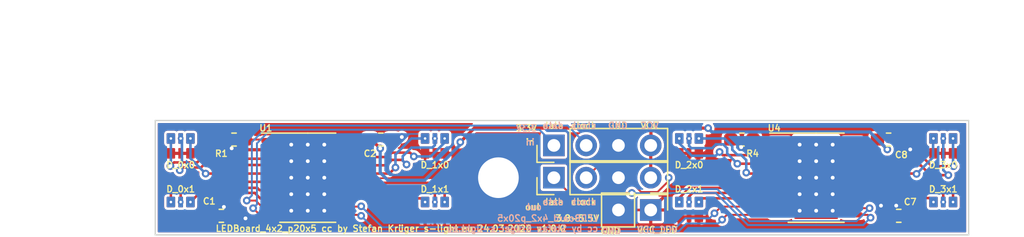
<source format=kicad_pcb>
(kicad_pcb (version 20200119) (host pcbnew "5.99.0-unknown-4d9d1a5~100~ubuntu19.10.1")
  (title_block (title "LEDBoard_4x2_p20x5") (date "2020-03-24") (rev "v1.0.0") (company "cc by Stefan Krüger s-light.eu") (comment 1 "https://github.com/s-light/LEDBoard_4x2_p20x5"))
  (layers (0 "F.Cu" signal) (31 "B.Cu" signal) (34 "B.Paste" user) (35 "F.Paste" user) (36 "B.SilkS" user) (37 "F.SilkS" user) (38 "B.Mask" user) (39 "F.Mask" user) (44 "Edge.Cuts" user))
  (net 0 "")
  (net 1 "GND")
  (net 2 "VCC")
  (net 3 "/clock_in")
  (net 4 "/data_in")
  (net 5 "/clock_out")
  (net 6 "/data_out")
  (net 7 "Net-(R1-Pad1)")
  (net 8 "Net-(R4-Pad1)")
  (net 9 "/led_1x1_b")
  (net 10 "/led_1x1_g")
  (net 11 "/led_1x1_r")
  (net 12 "/led_0x1_b")
  (net 13 "/led_0x1_g")
  (net 14 "/led_0x1_r")
  (net 15 "/clock_1-2")
  (net 16 "/data_1-2")
  (net 17 "/led_1x0_b")
  (net 18 "/led_1x0_g")
  (net 19 "/led_1x0_r")
  (net 20 "/led_0x0_b")
  (net 21 "/led_0x0_g")
  (net 22 "/led_0x0_r")
  (net 23 "/led_3x1_b")
  (net 24 "/led_3x1_g")
  (net 25 "/led_3x1_r")
  (net 26 "/led_2x1_b")
  (net 27 "/led_2x1_g")
  (net 28 "/led_2x1_r")
  (net 29 "/led_3x0_b")
  (net 30 "/led_3x0_g")
  (net 31 "/led_3x0_r")
  (net 32 "/led_2x0_b")
  (net 33 "/led_2x0_g")
  (net 34 "/led_2x0_r")
  (net 35 "VCC_LED")
  (module "LEDs_SMD_NICHIA:LED_RGB_0706_1816Metric_ROHM_ThermalVias" (layer "F.Cu") (at 90 102.5)
    (fp_text reference "D_1x1" (at 0 -1.6) (layer "F.SilkS") (effects (font (size 0.5 0.5) (thickness 0.1))))
    (fp_text value "LED_RGB")
    (pad "1" thru_hole circle (at -0.77 -0.585) (size 0.45 0.45) (drill 0.2) (layers *.Cu) (net 11 "/led_1x1_r"))
    (pad "3" thru_hole circle (at 0.77 -0.585) (size 0.45 0.45) (drill 0.2) (layers *.Cu) (net 9 "/led_1x1_b"))
    (pad "2" thru_hole circle (at 0 -0.585) (size 0.45 0.45) (drill 0.2) (layers *.Cu) (net 10 "/led_1x1_g"))
    (pad "3" smd roundrect (at 0.77 -0.585) (size 0.67 0.83) (layers "B.Cu") (roundrect_rratio 0.1) (net 9 "/led_1x1_b"))
    (pad "1" smd roundrect (at -0.77 -0.585) (size 0.67 0.83) (layers "B.Cu") (roundrect_rratio 0.1) (net 11 "/led_1x1_r"))
    (pad "2" smd roundrect (at 0 -0.585) (size 0.37 0.83) (layers "B.Cu") (roundrect_rratio 0.1) (net 10 "/led_1x1_g"))
    (pad "6" smd roundrect (at 0.77 0.585) (size 0.67 0.83) (layers "F.Cu" "F.Paste" "F.Mask") (roundrect_rratio 0.1) (net 35 "VCC_LED"))
    (pad "5" smd roundrect (at 0 0.585) (size 0.37 0.83) (layers "F.Cu" "F.Paste" "F.Mask") (roundrect_rratio 0.1) (net 35 "VCC_LED"))
    (pad "4" smd roundrect (at -0.77 0.585) (size 0.67 0.83) (layers "F.Cu" "F.Paste" "F.Mask") (roundrect_rratio 0.1) (net 35 "VCC_LED"))
    (pad "3" smd roundrect (at 0.77 -0.585) (size 0.67 0.83) (layers "F.Cu" "F.Paste" "F.Mask") (roundrect_rratio 0.1) (net 9 "/led_1x1_b"))
    (pad "2" smd roundrect (at 0 -0.585) (size 0.37 0.83) (layers "F.Cu" "F.Paste" "F.Mask") (roundrect_rratio 0.1) (net 10 "/led_1x1_g"))
    (pad "1" smd roundrect (at -0.77 -0.585) (size 0.67 0.83) (layers "F.Cu" "F.Paste" "F.Mask") (roundrect_rratio 0.1) (net 11 "/led_1x1_r"))
  )
  (module "LEDs_SMD_NICHIA:LED_RGB_0706_1816Metric_ROHM_ThermalVias" (layer "F.Cu") (at 130 102.5)
    (fp_text reference "D_3x1" (at 0 -1.6) (layer "F.SilkS") (effects (font (size 0.5 0.5) (thickness 0.1))))
    (fp_text value "LED_RGB")
    (pad "1" thru_hole circle (at -0.77 -0.585) (size 0.45 0.45) (drill 0.2) (layers *.Cu) (net 25 "/led_3x1_r"))
    (pad "3" thru_hole circle (at 0.77 -0.585) (size 0.45 0.45) (drill 0.2) (layers *.Cu) (net 23 "/led_3x1_b"))
    (pad "2" thru_hole circle (at 0 -0.585) (size 0.45 0.45) (drill 0.2) (layers *.Cu) (net 24 "/led_3x1_g"))
    (pad "3" smd roundrect (at 0.77 -0.585) (size 0.67 0.83) (layers "B.Cu") (roundrect_rratio 0.1) (net 23 "/led_3x1_b"))
    (pad "1" smd roundrect (at -0.77 -0.585) (size 0.67 0.83) (layers "B.Cu") (roundrect_rratio 0.1) (net 25 "/led_3x1_r"))
    (pad "2" smd roundrect (at 0 -0.585) (size 0.37 0.83) (layers "B.Cu") (roundrect_rratio 0.1) (net 24 "/led_3x1_g"))
    (pad "6" smd roundrect (at 0.77 0.585) (size 0.67 0.83) (layers "F.Cu" "F.Paste" "F.Mask") (roundrect_rratio 0.1) (net 35 "VCC_LED"))
    (pad "5" smd roundrect (at 0 0.585) (size 0.37 0.83) (layers "F.Cu" "F.Paste" "F.Mask") (roundrect_rratio 0.1) (net 35 "VCC_LED"))
    (pad "4" smd roundrect (at -0.77 0.585) (size 0.67 0.83) (layers "F.Cu" "F.Paste" "F.Mask") (roundrect_rratio 0.1) (net 35 "VCC_LED"))
    (pad "3" smd roundrect (at 0.77 -0.585) (size 0.67 0.83) (layers "F.Cu" "F.Paste" "F.Mask") (roundrect_rratio 0.1) (net 23 "/led_3x1_b"))
    (pad "2" smd roundrect (at 0 -0.585) (size 0.37 0.83) (layers "F.Cu" "F.Paste" "F.Mask") (roundrect_rratio 0.1) (net 24 "/led_3x1_g"))
    (pad "1" smd roundrect (at -0.77 -0.585) (size 0.67 0.83) (layers "F.Cu" "F.Paste" "F.Mask") (roundrect_rratio 0.1) (net 25 "/led_3x1_r"))
  )
  (module "LEDs_SMD_NICHIA:LED_RGB_0706_1816Metric_ROHM_ThermalVias" (layer "F.Cu") (at 130 97.5)
    (fp_text reference "D_3x0" (at 0 1.5) (layer "F.SilkS") (effects (font (size 0.5 0.5) (thickness 0.1))))
    (fp_text value "LED_RGB")
    (pad "1" thru_hole circle (at -0.77 -0.585) (size 0.45 0.45) (drill 0.2) (layers *.Cu) (net 31 "/led_3x0_r"))
    (pad "3" thru_hole circle (at 0.77 -0.585) (size 0.45 0.45) (drill 0.2) (layers *.Cu) (net 29 "/led_3x0_b"))
    (pad "2" thru_hole circle (at 0 -0.585) (size 0.45 0.45) (drill 0.2) (layers *.Cu) (net 30 "/led_3x0_g"))
    (pad "3" smd roundrect (at 0.77 -0.585) (size 0.67 0.83) (layers "B.Cu") (roundrect_rratio 0.1) (net 29 "/led_3x0_b"))
    (pad "1" smd roundrect (at -0.77 -0.585) (size 0.67 0.83) (layers "B.Cu") (roundrect_rratio 0.1) (net 31 "/led_3x0_r"))
    (pad "2" smd roundrect (at 0 -0.585) (size 0.37 0.83) (layers "B.Cu") (roundrect_rratio 0.1) (net 30 "/led_3x0_g"))
    (pad "6" smd roundrect (at 0.77 0.585) (size 0.67 0.83) (layers "F.Cu" "F.Paste" "F.Mask") (roundrect_rratio 0.1) (net 35 "VCC_LED"))
    (pad "5" smd roundrect (at 0 0.585) (size 0.37 0.83) (layers "F.Cu" "F.Paste" "F.Mask") (roundrect_rratio 0.1) (net 35 "VCC_LED"))
    (pad "4" smd roundrect (at -0.77 0.585) (size 0.67 0.83) (layers "F.Cu" "F.Paste" "F.Mask") (roundrect_rratio 0.1) (net 35 "VCC_LED"))
    (pad "3" smd roundrect (at 0.77 -0.585) (size 0.67 0.83) (layers "F.Cu" "F.Paste" "F.Mask") (roundrect_rratio 0.1) (net 29 "/led_3x0_b"))
    (pad "2" smd roundrect (at 0 -0.585) (size 0.37 0.83) (layers "F.Cu" "F.Paste" "F.Mask") (roundrect_rratio 0.1) (net 30 "/led_3x0_g"))
    (pad "1" smd roundrect (at -0.77 -0.585) (size 0.67 0.83) (layers "F.Cu" "F.Paste" "F.Mask") (roundrect_rratio 0.1) (net 31 "/led_3x0_r"))
  )
  (module "LEDs_SMD_NICHIA:LED_RGB_0706_1816Metric_ROHM_ThermalVias" (layer "F.Cu") (at 110 102.5)
    (fp_text reference "D_2x1" (at 0 -1.6) (layer "F.SilkS") (effects (font (size 0.5 0.5) (thickness 0.1))))
    (fp_text value "LED_RGB")
    (pad "1" thru_hole circle (at -0.77 -0.585) (size 0.45 0.45) (drill 0.2) (layers *.Cu) (net 28 "/led_2x1_r"))
    (pad "3" thru_hole circle (at 0.77 -0.585) (size 0.45 0.45) (drill 0.2) (layers *.Cu) (net 26 "/led_2x1_b"))
    (pad "2" thru_hole circle (at 0 -0.585) (size 0.45 0.45) (drill 0.2) (layers *.Cu) (net 27 "/led_2x1_g"))
    (pad "3" smd roundrect (at 0.77 -0.585) (size 0.67 0.83) (layers "B.Cu") (roundrect_rratio 0.1) (net 26 "/led_2x1_b"))
    (pad "1" smd roundrect (at -0.77 -0.585) (size 0.67 0.83) (layers "B.Cu") (roundrect_rratio 0.1) (net 28 "/led_2x1_r"))
    (pad "2" smd roundrect (at 0 -0.585) (size 0.37 0.83) (layers "B.Cu") (roundrect_rratio 0.1) (net 27 "/led_2x1_g"))
    (pad "6" smd roundrect (at 0.77 0.585) (size 0.67 0.83) (layers "F.Cu" "F.Paste" "F.Mask") (roundrect_rratio 0.1) (net 35 "VCC_LED"))
    (pad "5" smd roundrect (at 0 0.585) (size 0.37 0.83) (layers "F.Cu" "F.Paste" "F.Mask") (roundrect_rratio 0.1) (net 35 "VCC_LED"))
    (pad "4" smd roundrect (at -0.77 0.585) (size 0.67 0.83) (layers "F.Cu" "F.Paste" "F.Mask") (roundrect_rratio 0.1) (net 35 "VCC_LED"))
    (pad "3" smd roundrect (at 0.77 -0.585) (size 0.67 0.83) (layers "F.Cu" "F.Paste" "F.Mask") (roundrect_rratio 0.1) (net 26 "/led_2x1_b"))
    (pad "2" smd roundrect (at 0 -0.585) (size 0.37 0.83) (layers "F.Cu" "F.Paste" "F.Mask") (roundrect_rratio 0.1) (net 27 "/led_2x1_g"))
    (pad "1" smd roundrect (at -0.77 -0.585) (size 0.67 0.83) (layers "F.Cu" "F.Paste" "F.Mask") (roundrect_rratio 0.1) (net 28 "/led_2x1_r"))
  )
  (module "LEDs_SMD_NICHIA:LED_RGB_0706_1816Metric_ROHM_ThermalVias" (layer "F.Cu") (at 110 97.5)
    (fp_text reference "D_2x0" (at 0 1.5) (layer "F.SilkS") (effects (font (size 0.5 0.5) (thickness 0.1))))
    (fp_text value "LED_RGB")
    (pad "1" thru_hole circle (at -0.77 -0.585) (size 0.45 0.45) (drill 0.2) (layers *.Cu) (net 34 "/led_2x0_r"))
    (pad "3" thru_hole circle (at 0.77 -0.585) (size 0.45 0.45) (drill 0.2) (layers *.Cu) (net 32 "/led_2x0_b"))
    (pad "2" thru_hole circle (at 0 -0.585) (size 0.45 0.45) (drill 0.2) (layers *.Cu) (net 33 "/led_2x0_g"))
    (pad "3" smd roundrect (at 0.77 -0.585) (size 0.67 0.83) (layers "B.Cu") (roundrect_rratio 0.1) (net 32 "/led_2x0_b"))
    (pad "1" smd roundrect (at -0.77 -0.585) (size 0.67 0.83) (layers "B.Cu") (roundrect_rratio 0.1) (net 34 "/led_2x0_r"))
    (pad "2" smd roundrect (at 0 -0.585) (size 0.37 0.83) (layers "B.Cu") (roundrect_rratio 0.1) (net 33 "/led_2x0_g"))
    (pad "6" smd roundrect (at 0.77 0.585) (size 0.67 0.83) (layers "F.Cu" "F.Paste" "F.Mask") (roundrect_rratio 0.1) (net 35 "VCC_LED"))
    (pad "5" smd roundrect (at 0 0.585) (size 0.37 0.83) (layers "F.Cu" "F.Paste" "F.Mask") (roundrect_rratio 0.1) (net 35 "VCC_LED"))
    (pad "4" smd roundrect (at -0.77 0.585) (size 0.67 0.83) (layers "F.Cu" "F.Paste" "F.Mask") (roundrect_rratio 0.1) (net 35 "VCC_LED"))
    (pad "3" smd roundrect (at 0.77 -0.585) (size 0.67 0.83) (layers "F.Cu" "F.Paste" "F.Mask") (roundrect_rratio 0.1) (net 32 "/led_2x0_b"))
    (pad "2" smd roundrect (at 0 -0.585) (size 0.37 0.83) (layers "F.Cu" "F.Paste" "F.Mask") (roundrect_rratio 0.1) (net 33 "/led_2x0_g"))
    (pad "1" smd roundrect (at -0.77 -0.585) (size 0.67 0.83) (layers "F.Cu" "F.Paste" "F.Mask") (roundrect_rratio 0.1) (net 34 "/led_2x0_r"))
  )
  (module "LEDs_SMD_NICHIA:LED_RGB_0706_1816Metric_ROHM_ThermalVias" (layer "F.Cu") (at 90 97.5)
    (fp_text reference "D_1x0" (at 0 1.5) (layer "F.SilkS") (effects (font (size 0.5 0.5) (thickness 0.1))))
    (fp_text value "LED_RGB")
    (pad "1" thru_hole circle (at -0.77 -0.585) (size 0.45 0.45) (drill 0.2) (layers *.Cu) (net 19 "/led_1x0_r"))
    (pad "3" thru_hole circle (at 0.77 -0.585) (size 0.45 0.45) (drill 0.2) (layers *.Cu) (net 17 "/led_1x0_b"))
    (pad "2" thru_hole circle (at 0 -0.585) (size 0.45 0.45) (drill 0.2) (layers *.Cu) (net 18 "/led_1x0_g"))
    (pad "3" smd roundrect (at 0.77 -0.585) (size 0.67 0.83) (layers "B.Cu") (roundrect_rratio 0.1) (net 17 "/led_1x0_b"))
    (pad "1" smd roundrect (at -0.77 -0.585) (size 0.67 0.83) (layers "B.Cu") (roundrect_rratio 0.1) (net 19 "/led_1x0_r"))
    (pad "2" smd roundrect (at 0 -0.585) (size 0.37 0.83) (layers "B.Cu") (roundrect_rratio 0.1) (net 18 "/led_1x0_g"))
    (pad "6" smd roundrect (at 0.77 0.585) (size 0.67 0.83) (layers "F.Cu" "F.Paste" "F.Mask") (roundrect_rratio 0.1) (net 35 "VCC_LED"))
    (pad "5" smd roundrect (at 0 0.585) (size 0.37 0.83) (layers "F.Cu" "F.Paste" "F.Mask") (roundrect_rratio 0.1) (net 35 "VCC_LED"))
    (pad "4" smd roundrect (at -0.77 0.585) (size 0.67 0.83) (layers "F.Cu" "F.Paste" "F.Mask") (roundrect_rratio 0.1) (net 35 "VCC_LED"))
    (pad "3" smd roundrect (at 0.77 -0.585) (size 0.67 0.83) (layers "F.Cu" "F.Paste" "F.Mask") (roundrect_rratio 0.1) (net 17 "/led_1x0_b"))
    (pad "2" smd roundrect (at 0 -0.585) (size 0.37 0.83) (layers "F.Cu" "F.Paste" "F.Mask") (roundrect_rratio 0.1) (net 18 "/led_1x0_g"))
    (pad "1" smd roundrect (at -0.77 -0.585) (size 0.67 0.83) (layers "F.Cu" "F.Paste" "F.Mask") (roundrect_rratio 0.1) (net 19 "/led_1x0_r"))
  )
  (module "LEDs_SMD_NICHIA:LED_RGB_0706_1816Metric_ROHM_ThermalVias" (layer "F.Cu") (at 70 102.5)
    (fp_text reference "D_0x1" (at 0 -1.6) (layer "F.SilkS") (effects (font (size 0.5 0.5) (thickness 0.1))))
    (fp_text value "LED_RGB")
    (pad "1" thru_hole circle (at -0.77 -0.585) (size 0.45 0.45) (drill 0.2) (layers *.Cu) (net 14 "/led_0x1_r"))
    (pad "3" thru_hole circle (at 0.77 -0.585) (size 0.45 0.45) (drill 0.2) (layers *.Cu) (net 12 "/led_0x1_b"))
    (pad "2" thru_hole circle (at 0 -0.585) (size 0.45 0.45) (drill 0.2) (layers *.Cu) (net 13 "/led_0x1_g"))
    (pad "3" smd roundrect (at 0.77 -0.585) (size 0.67 0.83) (layers "B.Cu") (roundrect_rratio 0.1) (net 12 "/led_0x1_b"))
    (pad "1" smd roundrect (at -0.77 -0.585) (size 0.67 0.83) (layers "B.Cu") (roundrect_rratio 0.1) (net 14 "/led_0x1_r"))
    (pad "2" smd roundrect (at 0 -0.585) (size 0.37 0.83) (layers "B.Cu") (roundrect_rratio 0.1) (net 13 "/led_0x1_g"))
    (pad "6" smd roundrect (at 0.77 0.585) (size 0.67 0.83) (layers "F.Cu" "F.Paste" "F.Mask") (roundrect_rratio 0.1) (net 35 "VCC_LED"))
    (pad "5" smd roundrect (at 0 0.585) (size 0.37 0.83) (layers "F.Cu" "F.Paste" "F.Mask") (roundrect_rratio 0.1) (net 35 "VCC_LED"))
    (pad "4" smd roundrect (at -0.77 0.585) (size 0.67 0.83) (layers "F.Cu" "F.Paste" "F.Mask") (roundrect_rratio 0.1) (net 35 "VCC_LED"))
    (pad "3" smd roundrect (at 0.77 -0.585) (size 0.67 0.83) (layers "F.Cu" "F.Paste" "F.Mask") (roundrect_rratio 0.1) (net 12 "/led_0x1_b"))
    (pad "2" smd roundrect (at 0 -0.585) (size 0.37 0.83) (layers "F.Cu" "F.Paste" "F.Mask") (roundrect_rratio 0.1) (net 13 "/led_0x1_g"))
    (pad "1" smd roundrect (at -0.77 -0.585) (size 0.67 0.83) (layers "F.Cu" "F.Paste" "F.Mask") (roundrect_rratio 0.1) (net 14 "/led_0x1_r"))
  )
  (module "LEDs_SMD_NICHIA:LED_RGB_0706_1816Metric_ROHM_ThermalVias" (layer "F.Cu") (at 70 97.5)
    (fp_text reference "D_0x0" (at 0 1.5) (layer "F.SilkS") (effects (font (size 0.5 0.5) (thickness 0.1))))
    (fp_text value "LED_RGB")
    (pad "1" thru_hole circle (at -0.77 -0.585) (size 0.45 0.45) (drill 0.2) (layers *.Cu) (net 22 "/led_0x0_r"))
    (pad "3" thru_hole circle (at 0.77 -0.585) (size 0.45 0.45) (drill 0.2) (layers *.Cu) (net 20 "/led_0x0_b"))
    (pad "2" thru_hole circle (at 0 -0.585) (size 0.45 0.45) (drill 0.2) (layers *.Cu) (net 21 "/led_0x0_g"))
    (pad "3" smd roundrect (at 0.77 -0.585) (size 0.67 0.83) (layers "B.Cu") (roundrect_rratio 0.1) (net 20 "/led_0x0_b"))
    (pad "1" smd roundrect (at -0.77 -0.585) (size 0.67 0.83) (layers "B.Cu") (roundrect_rratio 0.1) (net 22 "/led_0x0_r"))
    (pad "2" smd roundrect (at 0 -0.585) (size 0.37 0.83) (layers "B.Cu") (roundrect_rratio 0.1) (net 21 "/led_0x0_g"))
    (pad "6" smd roundrect (at 0.77 0.585) (size 0.67 0.83) (layers "F.Cu" "F.Paste" "F.Mask") (roundrect_rratio 0.1) (net 35 "VCC_LED"))
    (pad "5" smd roundrect (at 0 0.585) (size 0.37 0.83) (layers "F.Cu" "F.Paste" "F.Mask") (roundrect_rratio 0.1) (net 35 "VCC_LED"))
    (pad "4" smd roundrect (at -0.77 0.585) (size 0.67 0.83) (layers "F.Cu" "F.Paste" "F.Mask") (roundrect_rratio 0.1) (net 35 "VCC_LED"))
    (pad "3" smd roundrect (at 0.77 -0.585) (size 0.67 0.83) (layers "F.Cu" "F.Paste" "F.Mask") (roundrect_rratio 0.1) (net 20 "/led_0x0_b"))
    (pad "2" smd roundrect (at 0 -0.585) (size 0.37 0.83) (layers "F.Cu" "F.Paste" "F.Mask") (roundrect_rratio 0.1) (net 21 "/led_0x0_g"))
    (pad "1" smd roundrect (at -0.77 -0.585) (size 0.67 0.83) (layers "F.Cu" "F.Paste" "F.Mask") (roundrect_rratio 0.1) (net 22 "/led_0x0_r"))
  )
  (module "Capacitor_SMD:C_0603_1608Metric_Pad1.05x0.95mm_HandSolder" (layer "F.Cu") (at 73.2 103)
    (fp_text reference "C1" (at -0.95 -1.15) (layer "F.SilkS") (effects (font (size 0.5 0.5) (thickness 0.1))))
    (fp_text value "10uF 6.3V")
    (pad "2" smd roundrect (at 0.875 0) (size 1.05 0.95) (layers "F.Cu" "F.Paste" "F.Mask") (net 1 "GND"))
    (pad "1" smd roundrect (at -0.875 0) (size 1.05 0.95) (layers "F.Cu" "F.Paste" "F.Mask") (net 35 "VCC_LED"))
  )
  (module "Package_SO:HTSSOP-20-1EP_4.4x6.5mm_P0.65mm_EP3.4x6.5mm_Mask2.75x3.43mm_ThermalVias" (layer "F.Cu") (at 120 100)
    (fp_text reference "U4" (at -3.3 -3.9) (layer "F.SilkS") (effects (font (size 0.5 0.5) (thickness 0.1))))
    (fp_text value "TLC5971PWP")
    (pad "21" smd rect (at 0 0) (size 3.2 5.8) (layers "B.Cu") (net 1 "GND"))
    (pad "21" thru_hole circle (at 1.3 2.6) (size 0.6 0.6) (drill 0.3) (layers *.Cu) (net 1 "GND"))
    (pad "21" thru_hole circle (at 0 2.6) (size 0.6 0.6) (drill 0.3) (layers *.Cu) (net 1 "GND"))
    (pad "21" thru_hole circle (at -1.3 2.6) (size 0.6 0.6) (drill 0.3) (layers *.Cu) (net 1 "GND"))
    (pad "21" thru_hole circle (at 1.3 1.3) (size 0.6 0.6) (drill 0.3) (layers *.Cu) (net 1 "GND"))
    (pad "21" thru_hole circle (at 0 1.3) (size 0.6 0.6) (drill 0.3) (layers *.Cu) (net 1 "GND"))
    (pad "21" thru_hole circle (at -1.3 1.3) (size 0.6 0.6) (drill 0.3) (layers *.Cu) (net 1 "GND"))
    (pad "21" thru_hole circle (at 1.3 0) (size 0.6 0.6) (drill 0.3) (layers *.Cu) (net 1 "GND"))
    (pad "21" thru_hole circle (at 0 0) (size 0.6 0.6) (drill 0.3) (layers *.Cu) (net 1 "GND"))
    (pad "21" thru_hole circle (at -1.3 0) (size 0.6 0.6) (drill 0.3) (layers *.Cu) (net 1 "GND"))
    (pad "21" thru_hole circle (at 1.3 -1.3) (size 0.6 0.6) (drill 0.3) (layers *.Cu) (net 1 "GND"))
    (pad "21" thru_hole circle (at 0 -1.3) (size 0.6 0.6) (drill 0.3) (layers *.Cu) (net 1 "GND"))
    (pad "21" thru_hole circle (at -1.3 -1.3) (size 0.6 0.6) (drill 0.3) (layers *.Cu) (net 1 "GND"))
    (pad "21" thru_hole circle (at 1.3 -2.6) (size 0.6 0.6) (drill 0.3) (layers *.Cu) (net 1 "GND"))
    (pad "21" thru_hole circle (at 0 -2.6) (size 0.6 0.6) (drill 0.3) (layers *.Cu) (net 1 "GND"))
    (pad "21" thru_hole circle (at -1.3 -2.6) (size 0.6 0.6) (drill 0.3) (layers *.Cu) (net 1 "GND"))
    (pad "21" smd rect (at 0 0) (size 3.4 6.5) (layers "F.Cu") (net 1 "GND"))
    (pad "20" smd roundrect (at 2.8625 -2.925) (size 1.575 0.4) (layers "F.Cu" "F.Paste" "F.Mask") (net 2 "VCC"))
    (pad "19" smd roundrect (at 2.8625 -2.275) (size 1.575 0.4) (layers "F.Cu" "F.Paste" "F.Mask") (net 2 "VCC"))
    (pad "18" smd roundrect (at 2.8625 -1.625) (size 1.575 0.4) (layers "F.Cu" "F.Paste" "F.Mask") (net 29 "/led_3x0_b"))
    (pad "17" smd roundrect (at 2.8625 -0.975) (size 1.575 0.4) (layers "F.Cu" "F.Paste" "F.Mask") (net 30 "/led_3x0_g"))
    (pad "16" smd roundrect (at 2.8625 -0.325) (size 1.575 0.4) (layers "F.Cu" "F.Paste" "F.Mask") (net 31 "/led_3x0_r"))
    (pad "15" smd roundrect (at 2.8625 0.325) (size 1.575 0.4) (layers "F.Cu" "F.Paste" "F.Mask") (net 23 "/led_3x1_b"))
    (pad "14" smd roundrect (at 2.8625 0.975) (size 1.575 0.4) (layers "F.Cu" "F.Paste" "F.Mask") (net 24 "/led_3x1_g"))
    (pad "13" smd roundrect (at 2.8625 1.625) (size 1.575 0.4) (layers "F.Cu" "F.Paste" "F.Mask") (net 25 "/led_3x1_r"))
    (pad "12" smd roundrect (at 2.8625 2.275) (size 1.575 0.4) (layers "F.Cu" "F.Paste" "F.Mask") (net 5 "/clock_out"))
    (pad "11" smd roundrect (at 2.8625 2.925) (size 1.575 0.4) (layers "F.Cu" "F.Paste" "F.Mask") (net 6 "/data_out"))
    (pad "10" smd roundrect (at -2.8625 2.925) (size 1.575 0.4) (layers "F.Cu" "F.Paste" "F.Mask") (net 16 "/data_1-2"))
    (pad "9" smd roundrect (at -2.8625 2.275) (size 1.575 0.4) (layers "F.Cu" "F.Paste" "F.Mask") (net 15 "/clock_1-2"))
    (pad "8" smd roundrect (at -2.8625 1.625) (size 1.575 0.4) (layers "F.Cu" "F.Paste" "F.Mask") (net 26 "/led_2x1_b"))
    (pad "7" smd roundrect (at -2.8625 0.975) (size 1.575 0.4) (layers "F.Cu" "F.Paste" "F.Mask") (net 27 "/led_2x1_g"))
    (pad "6" smd roundrect (at -2.8625 0.325) (size 1.575 0.4) (layers "F.Cu" "F.Paste" "F.Mask") (net 28 "/led_2x1_r"))
    (pad "5" smd roundrect (at -2.8625 -0.325) (size 1.575 0.4) (layers "F.Cu" "F.Paste" "F.Mask") (net 32 "/led_2x0_b"))
    (pad "4" smd roundrect (at -2.8625 -0.975) (size 1.575 0.4) (layers "F.Cu" "F.Paste" "F.Mask") (net 33 "/led_2x0_g"))
    (pad "3" smd roundrect (at -2.8625 -1.625) (size 1.575 0.4) (layers "F.Cu" "F.Paste" "F.Mask") (net 34 "/led_2x0_r"))
    (pad "2" smd roundrect (at -2.8625 -2.275) (size 1.575 0.4) (layers "F.Cu" "F.Paste" "F.Mask") (net 1 "GND"))
    (pad "1" smd roundrect (at -2.8625 -2.925) (size 1.575 0.4) (layers "F.Cu" "F.Paste" "F.Mask") (net 8 "Net-(R4-Pad1)"))
  )
  (module "Package_SO:HTSSOP-20-1EP_4.4x6.5mm_P0.65mm_EP3.4x6.5mm_Mask2.75x3.43mm_ThermalVias" (layer "F.Cu") (at 80 100)
    (fp_text reference "U1" (at -3.3 -3.9) (layer "F.SilkS") (effects (font (size 0.5 0.5) (thickness 0.1))))
    (fp_text value "TLC5971PWP")
    (pad "21" smd rect (at 0 0) (size 3.2 5.8) (layers "B.Cu") (net 1 "GND"))
    (pad "21" thru_hole circle (at 1.3 2.6) (size 0.6 0.6) (drill 0.3) (layers *.Cu) (net 1 "GND"))
    (pad "21" thru_hole circle (at 0 2.6) (size 0.6 0.6) (drill 0.3) (layers *.Cu) (net 1 "GND"))
    (pad "21" thru_hole circle (at -1.3 2.6) (size 0.6 0.6) (drill 0.3) (layers *.Cu) (net 1 "GND"))
    (pad "21" thru_hole circle (at 1.3 1.3) (size 0.6 0.6) (drill 0.3) (layers *.Cu) (net 1 "GND"))
    (pad "21" thru_hole circle (at 0 1.3) (size 0.6 0.6) (drill 0.3) (layers *.Cu) (net 1 "GND"))
    (pad "21" thru_hole circle (at -1.3 1.3) (size 0.6 0.6) (drill 0.3) (layers *.Cu) (net 1 "GND"))
    (pad "21" thru_hole circle (at 1.3 0) (size 0.6 0.6) (drill 0.3) (layers *.Cu) (net 1 "GND"))
    (pad "21" thru_hole circle (at 0 0) (size 0.6 0.6) (drill 0.3) (layers *.Cu) (net 1 "GND"))
    (pad "21" thru_hole circle (at -1.3 0) (size 0.6 0.6) (drill 0.3) (layers *.Cu) (net 1 "GND"))
    (pad "21" thru_hole circle (at 1.3 -1.3) (size 0.6 0.6) (drill 0.3) (layers *.Cu) (net 1 "GND"))
    (pad "21" thru_hole circle (at 0 -1.3) (size 0.6 0.6) (drill 0.3) (layers *.Cu) (net 1 "GND"))
    (pad "21" thru_hole circle (at -1.3 -1.3) (size 0.6 0.6) (drill 0.3) (layers *.Cu) (net 1 "GND"))
    (pad "21" thru_hole circle (at 1.3 -2.6) (size 0.6 0.6) (drill 0.3) (layers *.Cu) (net 1 "GND"))
    (pad "21" thru_hole circle (at 0 -2.6) (size 0.6 0.6) (drill 0.3) (layers *.Cu) (net 1 "GND"))
    (pad "21" thru_hole circle (at -1.3 -2.6) (size 0.6 0.6) (drill 0.3) (layers *.Cu) (net 1 "GND"))
    (pad "21" smd rect (at 0 0) (size 3.4 6.5) (layers "F.Cu") (net 1 "GND"))
    (pad "20" smd roundrect (at 2.8625 -2.925) (size 1.575 0.4) (layers "F.Cu" "F.Paste" "F.Mask") (net 2 "VCC"))
    (pad "19" smd roundrect (at 2.8625 -2.275) (size 1.575 0.4) (layers "F.Cu" "F.Paste" "F.Mask") (net 2 "VCC"))
    (pad "18" smd roundrect (at 2.8625 -1.625) (size 1.575 0.4) (layers "F.Cu" "F.Paste" "F.Mask") (net 17 "/led_1x0_b"))
    (pad "17" smd roundrect (at 2.8625 -0.975) (size 1.575 0.4) (layers "F.Cu" "F.Paste" "F.Mask") (net 18 "/led_1x0_g"))
    (pad "16" smd roundrect (at 2.8625 -0.325) (size 1.575 0.4) (layers "F.Cu" "F.Paste" "F.Mask") (net 19 "/led_1x0_r"))
    (pad "15" smd roundrect (at 2.8625 0.325) (size 1.575 0.4) (layers "F.Cu" "F.Paste" "F.Mask") (net 9 "/led_1x1_b"))
    (pad "14" smd roundrect (at 2.8625 0.975) (size 1.575 0.4) (layers "F.Cu" "F.Paste" "F.Mask") (net 10 "/led_1x1_g"))
    (pad "13" smd roundrect (at 2.8625 1.625) (size 1.575 0.4) (layers "F.Cu" "F.Paste" "F.Mask") (net 11 "/led_1x1_r"))
    (pad "12" smd roundrect (at 2.8625 2.275) (size 1.575 0.4) (layers "F.Cu" "F.Paste" "F.Mask") (net 15 "/clock_1-2"))
    (pad "11" smd roundrect (at 2.8625 2.925) (size 1.575 0.4) (layers "F.Cu" "F.Paste" "F.Mask") (net 16 "/data_1-2"))
    (pad "10" smd roundrect (at -2.8625 2.925) (size 1.575 0.4) (layers "F.Cu" "F.Paste" "F.Mask") (net 4 "/data_in"))
    (pad "9" smd roundrect (at -2.8625 2.275) (size 1.575 0.4) (layers "F.Cu" "F.Paste" "F.Mask") (net 3 "/clock_in"))
    (pad "8" smd roundrect (at -2.8625 1.625) (size 1.575 0.4) (layers "F.Cu" "F.Paste" "F.Mask") (net 12 "/led_0x1_b"))
    (pad "7" smd roundrect (at -2.8625 0.975) (size 1.575 0.4) (layers "F.Cu" "F.Paste" "F.Mask") (net 13 "/led_0x1_g"))
    (pad "6" smd roundrect (at -2.8625 0.325) (size 1.575 0.4) (layers "F.Cu" "F.Paste" "F.Mask") (net 14 "/led_0x1_r"))
    (pad "5" smd roundrect (at -2.8625 -0.325) (size 1.575 0.4) (layers "F.Cu" "F.Paste" "F.Mask") (net 20 "/led_0x0_b"))
    (pad "4" smd roundrect (at -2.8625 -0.975) (size 1.575 0.4) (layers "F.Cu" "F.Paste" "F.Mask") (net 21 "/led_0x0_g"))
    (pad "3" smd roundrect (at -2.8625 -1.625) (size 1.575 0.4) (layers "F.Cu" "F.Paste" "F.Mask") (net 22 "/led_0x0_r"))
    (pad "2" smd roundrect (at -2.8625 -2.275) (size 1.575 0.4) (layers "F.Cu" "F.Paste" "F.Mask") (net 1 "GND"))
    (pad "1" smd roundrect (at -2.8625 -2.925) (size 1.575 0.4) (layers "F.Cu" "F.Paste" "F.Mask") (net 7 "Net-(R1-Pad1)"))
  )
  (module "Resistor_SMD:R_0603_1608Metric_Pad1.05x0.95mm_HandSolder" (layer "F.Cu") (at 114.158652 97 180)
    (fp_text reference "R4" (at -0.841348 -1.1) (layer "F.SilkS") (effects (font (size 0.5 0.5) (thickness 0.1))))
    (fp_text value "2k7 0.1%")
    (pad "2" smd roundrect (at 0.875 0 180) (size 1.05 0.95) (layers "F.Cu" "F.Paste" "F.Mask") (net 1 "GND"))
    (pad "1" smd roundrect (at -0.875 0 180) (size 1.05 0.95) (layers "F.Cu" "F.Paste" "F.Mask") (net 8 "Net-(R4-Pad1)"))
  )
  (module "Resistor_SMD:R_0603_1608Metric_Pad1.05x0.95mm_HandSolder" (layer "F.Cu") (at 74.199001 97 180)
    (fp_text reference "R1" (at 0.999001 -1.1) (layer "F.SilkS") (effects (font (size 0.5 0.5) (thickness 0.1))))
    (fp_text value "2k7 0.1%")
    (pad "2" smd roundrect (at 0.875 0 180) (size 1.05 0.95) (layers "F.Cu" "F.Paste" "F.Mask") (net 1 "GND"))
    (pad "1" smd roundrect (at -0.875 0 180) (size 1.05 0.95) (layers "F.Cu" "F.Paste" "F.Mask") (net 7 "Net-(R1-Pad1)"))
  )
  (module "Connector_PinHeader_2.54mm:PinHeader_1x02_P2.54mm_Vertical" (layer "F.Cu") (at 106.985 102.54 -90)
    (fp_text reference "J3" hide)
    (fp_text value "power")
    (pad "2" thru_hole oval (at 0 2.54 270) (size 1.7 1.7) (drill 1) (layers *.Cu *.Mask) (net 1 "GND"))
    (pad "1" thru_hole rect (at 0 0 270) (size 1.7 1.7) (drill 1) (layers *.Cu *.Mask) (net 35 "VCC_LED"))
  )
  (module "Connector_PinHeader_2.54mm:PinHeader_1x04_P2.54mm_Vertical" (layer "F.Cu") (at 99.365 100 90)
    (fp_text reference "J2" hide)
    (fp_text value "signal_out")
    (pad "4" thru_hole oval (at 0 7.62 90) (size 1.7 1.7) (drill 1) (layers *.Cu *.Mask) (net 2 "VCC"))
    (pad "3" thru_hole oval (at 0 5.08 90) (size 1.7 1.7) (drill 1) (layers *.Cu *.Mask) (net 1 "GND"))
    (pad "2" thru_hole oval (at 0 2.54 90) (size 1.7 1.7) (drill 1) (layers *.Cu *.Mask) (net 5 "/clock_out"))
    (pad "1" thru_hole rect (at 0 0 90) (size 1.7 1.7) (drill 1) (layers *.Cu *.Mask) (net 6 "/data_out"))
  )
  (module "Connector_PinHeader_2.54mm:PinHeader_1x04_P2.54mm_Vertical" (layer "F.Cu") (at 99.365 97.46 90)
    (fp_text reference "J1" hide)
    (fp_text value "signal_in")
    (pad "4" thru_hole oval (at 0 7.62 90) (size 1.7 1.7) (drill 1) (layers *.Cu *.Mask) (net 2 "VCC"))
    (pad "3" thru_hole oval (at 0 5.08 90) (size 1.7 1.7) (drill 1) (layers *.Cu *.Mask) (net 1 "GND"))
    (pad "2" thru_hole oval (at 0 2.54 90) (size 1.7 1.7) (drill 1) (layers *.Cu *.Mask) (net 3 "/clock_in"))
    (pad "1" thru_hole rect (at 0 0 90) (size 1.7 1.7) (drill 1) (layers *.Cu *.Mask) (net 4 "/data_in"))
  )
  (module "MountingHole:MountingHole_3.2mm_M3_ISO7380_Pad" (layer "F.Cu") (at 95 100)
    (fp_text reference "H1" hide)
    (fp_text value "MH_M3")
    (pad "1" thru_hole circle (at 0 0) (size 5.7 5.7) (drill 3.2) (layers *.Cu *.Mask) (net 1 "GND"))
  )
  (module "Capacitor_SMD:C_0603_1608Metric_Pad1.05x0.95mm_HandSolder" (layer "F.Cu") (at 125.7 97)
    (fp_text reference "C8" (at 1 1.2) (layer "F.SilkS") (effects (font (size 0.5 0.5) (thickness 0.1))))
    (fp_text value "100n")
    (pad "2" smd roundrect (at 0.875 0) (size 1.05 0.95) (layers "F.Cu" "F.Paste" "F.Mask") (net 1 "GND"))
    (pad "1" smd roundrect (at -0.875 0) (size 1.05 0.95) (layers "F.Cu" "F.Paste" "F.Mask") (net 2 "VCC"))
  )
  (module "Capacitor_SMD:C_0603_1608Metric_Pad1.05x0.95mm_HandSolder" (layer "F.Cu") (at 126.5 103 180)
    (fp_text reference "C7" (at -0.9 1.1) (layer "F.SilkS") (effects (font (size 0.5 0.5) (thickness 0.1))))
    (fp_text value "10uF 6.3V")
    (pad "2" smd roundrect (at 0.875 0 180) (size 1.05 0.95) (layers "F.Cu" "F.Paste" "F.Mask") (net 1 "GND"))
    (pad "1" smd roundrect (at -0.875 0 180) (size 1.05 0.95) (layers "F.Cu" "F.Paste" "F.Mask") (net 35 "VCC_LED"))
  )
  (module "Capacitor_SMD:C_0603_1608Metric_Pad1.05x0.95mm_HandSolder" (layer "F.Cu") (at 85.75 97)
    (fp_text reference "C2" (at -0.85 1.1) (layer "F.SilkS") (effects (font (size 0.5 0.5) (thickness 0.1))))
    (fp_text value "100n")
    (pad "2" smd roundrect (at 0.875 0) (size 1.05 0.95) (layers "F.Cu" "F.Paste" "F.Mask") (net 1 "GND"))
    (pad "1" smd roundrect (at -0.875 0) (size 1.05 0.95) (layers "F.Cu" "F.Paste" "F.Mask") (net 2 "VCC"))
  )
  (gr_text "LEDBoard_4x2_p20x5 cc by Stefan Krüger s-light.eu 24.03.2020 v1.0.0" (at 72.7 104) (layer "F.SilkS") (effects (font (size 0.5 0.5) (thickness 0.1)) (justify left)))
  (gr_text "data" (at 99.3 101.9) (layer "F.SilkS") (effects (font (size 0.5 0.5) (thickness 0.1))))
  (gr_text "clock" (at 101.7 101.9) (layer "F.SilkS") (effects (font (size 0.5 0.5) (thickness 0.1))))
  (gr_text "data" (at 99.3 101.9) (layer "B.SilkS") (effects (font (size 0.5 0.5) (thickness 0.1)) (justify mirror)))
  (gr_text "clock" (at 101.7 101.9) (layer "B.SilkS") (effects (font (size 0.5 0.5) (thickness 0.1)) (justify mirror)))
  (gr_line (start 132 104.5) (end 68 104.5) (layer "Edge.Cuts") (width 0.1))
  (gr_line (start 132 95.5) (end 132 104.5) (layer "Edge.Cuts") (width 0.1))
  (gr_text "3.8-5.5V" (at 101.2 103.2) (layer "F.SilkS") (effects (font (size 0.5 0.5) (thickness 0.1))))
  (gr_text "3.3V" (at 97.2 96.1) (layer "B.SilkS") (effects (font (size 0.5 0.5) (thickness 0.1)) (justify mirror)))
  (gr_text "3.3V" (at 97.2 96.1) (layer "F.SilkS") (effects (font (size 0.5 0.5) (thickness 0.1))))
  (gr_text "VCC" (at 106.9 95.9) (layer "B.SilkS") (effects (font (size 0.5 0.5) (thickness 0.1)) (justify mirror)))
  (gr_text "GND" (at 104.4 95.9) (layer "B.SilkS") (effects (font (size 0.5 0.5) (thickness 0.1)) (justify mirror)))
  (gr_text "clock" (at 101.7 95.9) (layer "B.SilkS") (effects (font (size 0.5 0.5) (thickness 0.1)) (justify mirror)))
  (gr_text "data" (at 99.3 95.9) (layer "B.SilkS") (effects (font (size 0.5 0.5) (thickness 0.1)) (justify mirror)))
  (gr_text "in" (at 97.5 97.2) (layer "B.SilkS") (effects (font (size 0.5 0.5) (thickness 0.1)) (justify mirror)))
  (gr_text "out" (at 97.8 102.3) (layer "B.SilkS") (effects (font (size 0.5 0.5) (thickness 0.1)) (justify mirror)))
  (gr_text "out" (at 97.7 102.3) (layer "F.SilkS") (effects (font (size 0.5 0.5) (thickness 0.1))))
  (gr_text "in" (at 97.5 97.2) (layer "F.SilkS") (effects (font (size 0.5 0.5) (thickness 0.1))))
  (gr_text "clock" (at 101.7 95.9) (layer "F.SilkS") (effects (font (size 0.5 0.5) (thickness 0.1))))
  (gr_text "data" (at 99.3 95.9) (layer "F.SilkS") (effects (font (size 0.5 0.5) (thickness 0.1))))
  (gr_text "VCC_LED" (at 107.5 104.1) (layer "B.SilkS") (effects (font (size 0.5 0.5) (thickness 0.1)) (justify mirror)))
  (gr_text "GND" (at 103.9 104.2) (layer "B.SilkS") (effects (font (size 0.5 0.5) (thickness 0.1)) (justify mirror)))
  (gr_text "VCC" (at 106.9 95.9) (layer "F.SilkS") (effects (font (size 0.5 0.5) (thickness 0.1))))
  (gr_text "GND" (at 104.4 95.9) (layer "F.SilkS") (effects (font (size 0.5 0.5) (thickness 0.1))))
  (gr_text "GND" (at 103.8 104.2) (layer "F.SilkS") (effects (font (size 0.5 0.5) (thickness 0.1))))
  (gr_text "VCC_LED" (at 107.5 104.1) (layer "F.SilkS") (effects (font (size 0.5 0.5) (thickness 0.1))))
  (gr_text "LEDBoard_4x2_p20x5\ncc by Stefan Krüger s-light.eu" (at 102.9 103.6) (layer "B.SilkS") (effects (font (size 0.5 0.5) (thickness 0.1)) (justify left mirror)))
  (gr_line (start 68 104.5) (end 68 95.5) (layer "Edge.Cuts") (width 0.1))
  (gr_line (start 68 95.5) (end 132 95.5) (layer "Edge.Cuts") (width 0.1))
  (segment (start 72 97.7) (end 71.7 98) (width 0.25) (layer "F.Cu") (net 35))
  (segment (start 71.615 98.085) (end 70.77 98.085) (width 0.25) (layer "F.Cu") (net 35))
  (segment (start 71.7 98) (end 71.615 98.085) (width 0.25) (layer "F.Cu") (net 35))
  (segment (start 77.1375 98.375) (end 77.002489 98.510011) (width 0.2) (layer "F.Cu") (net 22))
  (segment (start 72.7 96.1) (end 72.6 96.1) (width 0.25) (layer "F.Cu") (net 35))
  (segment (start 72.755 96.1) (end 72.7 96.1) (width 0.25) (layer "F.Cu") (net 35))
  (segment (start 77.002489 98.510011) (end 71.589989 98.510011) (width 0.2) (layer "F.Cu") (net 22))
  (segment (start 71.29999 98.80001) (end 69.47985 98.80001) (width 0.2) (layer "F.Cu") (net 22))
  (segment (start 69.47985 98.80001) (end 69.195 99.08486) (width 0.2) (layer "F.Cu") (net 22))
  (segment (start 72.6 96.1) (end 72 96.7) (width 0.25) (layer "F.Cu") (net 35))
  (segment (start 72 96.7) (end 72 97.7) (width 0.25) (layer "F.Cu") (net 35))
  (segment (start 71.589989 98.510011) (end 71.29999 98.80001) (width 0.2) (layer "F.Cu") (net 22))
  (segment (start 76.201852 100.975) (end 76.026839 100.799987) (width 0.2) (layer "F.Cu") (net 13))
  (segment (start 77.1375 100.975) (end 76.201852 100.975) (width 0.2) (layer "F.Cu") (net 13))
  (segment (start 70 101.2) (end 70 101.915) (width 0.2) (layer "F.Cu") (net 13))
  (segment (start 76.026839 100.799987) (end 70.400013 100.799987) (width 0.2) (layer "F.Cu") (net 13))
  (segment (start 70.400013 100.799987) (end 70 101.2) (width 0.2) (layer "F.Cu") (net 13))
  (segment (start 90 97.439632) (end 89.809622 97.63001) (width 0.2) (layer "B.Cu") (net 18))
  (segment (start 90.77 96.915) (end 90.77 97.235332) (width 0.2) (layer "B.Cu") (net 17))
  (segment (start 87.471727 98.660772) (end 87.771726 98.960771) (width 0.2) (layer "B.Cu") (net 18))
  (segment (start 90 96.915) (end 90 97.439632) (width 0.2) (layer "B.Cu") (net 18))
  (segment (start 89.677515 98.327817) (end 88.343919 98.327817) (width 0.2) (layer "B.Cu") (net 17))
  (segment (start 89.809622 97.63001) (end 88.153724 97.63001) (width 0.2) (layer "B.Cu") (net 18))
  (segment (start 90.77 97.235332) (end 89.677515 98.327817) (width 0.2) (layer "B.Cu") (net 17))
  (segment (start 88.153724 97.63001) (end 87.471727 98.312007) (width 0.2) (layer "B.Cu") (net 18))
  (segment (start 87.471727 98.312007) (end 87.471727 98.660772) (width 0.2) (layer "B.Cu") (net 18))
  (segment (start 88.04392 98.027818) (end 88.343919 98.327817) (width 0.2) (layer "F.Cu") (net 17))
  (segment (start 88.2 97.3) (end 88.985 98.085) (width 0.25) (layer "F.Cu") (net 35))
  (segment (start 86.61848 98.027818) (end 88.04392 98.027818) (width 0.2) (layer "F.Cu") (net 17))
  (segment (start 88.2 96.6) (end 88.2 97.3) (width 0.25) (layer "F.Cu") (net 35))
  (segment (start 87.7 96.1) (end 88.2 96.6) (width 0.25) (layer "F.Cu") (net 35))
  (segment (start 82.8625 98.375) (end 86.271298 98.375) (width 0.2) (layer "F.Cu") (net 17))
  (segment (start 86.271298 98.375) (end 86.61848 98.027818) (width 0.2) (layer "F.Cu") (net 17))
  (segment (start 72.755 96.1) (end 87.7 96.1) (width 0.25) (layer "F.Cu") (net 35))
  (via (at 88.343919 98.327817) (size 0.6) (drill 0.3) (layers "F.Cu" "B.Cu") (net 17))
  (segment (start 88.985 98.085) (end 89.23 98.085) (width 0.25) (layer "F.Cu") (net 35))
  (segment (start 112.65501 96.19999) (end 112.50001 96.19999) (width 0.25) (layer "F.Cu") (net 35))
  (segment (start 111.9 96.8) (end 111.9 97.4) (width 0.25) (layer "F.Cu") (net 35))
  (segment (start 112.50001 96.19999) (end 111.9 96.8) (width 0.25) (layer "F.Cu") (net 35))
  (segment (start 111.9 97.4) (end 111.215 98.085) (width 0.25) (layer "F.Cu") (net 35))
  (segment (start 111.215 98.085) (end 110.77 98.085) (width 0.25) (layer "F.Cu") (net 35))
  (segment (start 127.6 96.6) (end 127.6 97) (width 0.25) (layer "F.Cu") (net 35))
  (segment (start 127.6 97) (end 128.685 98.085) (width 0.25) (layer "F.Cu") (net 35))
  (segment (start 127.19999 96.19999) (end 127.6 96.6) (width 0.25) (layer "F.Cu") (net 35))
  (segment (start 112.65501 96.19999) (end 127.19999 96.19999) (width 0.25) (layer "F.Cu") (net 35))
  (segment (start 128.685 98.085) (end 129.23 98.085) (width 0.25) (layer "F.Cu") (net 35))
  (segment (start 108.685 103.085) (end 108.56999 102.96999) (width 0.25) (layer "F.Cu") (net 35))
  (segment (start 108.56999 102.96999) (end 108.56999 102.42499) (width 0.25) (layer "F.Cu") (net 35))
  (segment (start 109.23 103.085) (end 108.685 103.085) (width 0.25) (layer "F.Cu") (net 35))
  (segment (start 106.985 102.54) (end 109 100.525) (width 0.25) (layer "F.Cu") (net 35))
  (segment (start 109 100.525) (end 109 100.27) (width 0.25) (layer "F.Cu") (net 35))
  (segment (start 110 97.5) (end 110.174989 97.674989) (width 0.2) (layer "B.Cu") (net 33))
  (segment (start 110.174989 97.674989) (end 111.811997 97.674989) (width 0.2) (layer "B.Cu") (net 33))
  (segment (start 111.811997 97.674989) (end 112.111998 97.374988) (width 0.2) (layer "B.Cu") (net 33))
  (segment (start 110.209289 98.274989) (end 112.100001 98.274989) (width 0.2) (layer "B.Cu") (net 34))
  (segment (start 112.100001 98.274989) (end 112.4 97.97499) (width 0.2) (layer "B.Cu") (net 34))
  (segment (start 109.23 96.915) (end 109.23 97.2957) (width 0.2) (layer "B.Cu") (net 34))
  (segment (start 109.23 97.2957) (end 110.209289 98.274989) (width 0.2) (layer "B.Cu") (net 34))
  (segment (start 113.000002 97.686988) (end 113.000002 98.100002) (width 0.2) (layer "B.Cu") (net 33))
  (segment (start 112.688002 97.374988) (end 113.000002 97.686988) (width 0.2) (layer "B.Cu") (net 33))
  (segment (start 112.111998 97.374988) (end 112.688002 97.374988) (width 0.2) (layer "B.Cu") (net 33))
  (segment (start 110 96.915) (end 110 97.5) (width 0.2) (layer "B.Cu") (net 33))
  (segment (start 113.000002 98.100002) (end 113.8 98.9) (width 0.2) (layer "B.Cu") (net 33))
  (segment (start 108.3 97.5) (end 111.099999 100.299999) (width 0.25) (layer "B.Cu") (net 1))
  (segment (start 111.099999 100.299999) (end 118.400001 100.299999) (width 0.25) (layer "B.Cu") (net 1))
  (segment (start 108.3 96.43001) (end 108.3 97.5) (width 0.25) (layer "B.Cu") (net 1))
  (segment (start 107.96999 96.1) (end 108.3 96.43001) (width 0.25) (layer "B.Cu") (net 1))
  (segment (start 104.445 97.46) (end 105.805 96.1) (width 0.25) (layer "B.Cu") (net 1))
  (segment (start 105.805 96.1) (end 107.96999 96.1) (width 0.25) (layer "B.Cu") (net 1))
  (segment (start 118.400001 100.299999) (end 118.7 100) (width 0.25) (layer "B.Cu") (net 1))
  (segment (start 131.43001 98.74501) (end 131.43001 102.96999) (width 0.25) (layer "F.Cu") (net 35))
  (segment (start 130.77 98.085) (end 131.43001 98.74501) (width 0.25) (layer "F.Cu") (net 35))
  (segment (start 131.43001 102.96999) (end 131.315 103.085) (width 0.25) (layer "F.Cu") (net 35))
  (segment (start 131.315 103.085) (end 130.77 103.085) (width 0.25) (layer "F.Cu") (net 35))
  (segment (start 109.435 99.835) (end 110.77 98.5) (width 0.25) (layer "F.Cu") (net 35))
  (segment (start 109 100.27) (end 109.435 99.835) (width 0.25) (layer "F.Cu") (net 35))
  (segment (start 112.224278 100.9) (end 108.6 100.9) (width 0.15) (layer "B.Cu") (net 5))
  (segment (start 114.74928 103.425002) (end 112.224278 100.9) (width 0.15) (layer "B.Cu") (net 5))
  (segment (start 123.174998 103.425002) (end 114.74928 103.425002) (width 0.15) (layer "B.Cu") (net 5))
  (segment (start 108.6 100.9) (end 108.4 100.7) (width 0.15) (layer "B.Cu") (net 5))
  (segment (start 124.2 102.4) (end 123.174998 103.425002) (width 0.15) (layer "B.Cu") (net 5))
  (segment (start 108.4 100.7) (end 108.4 100) (width 0.15) (layer "B.Cu") (net 5))
  (segment (start 105.7 100.6) (end 106.225001 101.125001) (width 0.15) (layer "F.Cu") (net 5))
  (segment (start 105.7 99.2) (end 105.7 100.6) (width 0.15) (layer "F.Cu") (net 5))
  (segment (start 106.225001 101.125001) (end 107.525001 101.125001) (width 0.15) (layer "F.Cu") (net 5))
  (segment (start 107.525001 101.125001) (end 108.4 100.250002) (width 0.15) (layer "F.Cu") (net 5))
  (segment (start 105.2 98.7) (end 105.7 99.2) (width 0.15) (layer "F.Cu") (net 5))
  (segment (start 101.905 100) (end 103.205 98.7) (width 0.15) (layer "F.Cu") (net 5))
  (segment (start 103.205 98.7) (end 105.2 98.7) (width 0.15) (layer "F.Cu") (net 5))
  (segment (start 108.4 100.250002) (end 108.4 100) (width 0.15) (layer "F.Cu") (net 5))
  (via (at 108.4 100) (size 0.6) (drill 0.3) (layers "F.Cu" "B.Cu") (net 5))
  (segment (start 123.699965 103.725013) (end 114.625013 103.725013) (width 0.15) (layer "B.Cu") (net 6))
  (segment (start 105.525002 101.225002) (end 105.5 101.2) (width 0.15) (layer "B.Cu") (net 6))
  (segment (start 114.625013 103.725013) (end 112.1 101.2) (width 0.15) (layer "B.Cu") (net 6))
  (segment (start 108.552002 101.225002) (end 105.525002 101.225002) (width 0.15) (layer "B.Cu") (net 6))
  (segment (start 108.577004 101.2) (end 108.552002 101.225002) (width 0.15) (layer "B.Cu") (net 6))
  (segment (start 112.1 101.2) (end 108.577004 101.2) (width 0.15) (layer "B.Cu") (net 6))
  (segment (start 124.279154 103.145824) (end 123.699965 103.725013) (width 0.15) (layer "B.Cu") (net 6))
  (segment (start 99.365 100) (end 100.565 101.2) (width 0.15) (layer "F.Cu") (net 6))
  (segment (start 100.565 101.2) (end 105.5 101.2) (width 0.15) (layer "F.Cu") (net 6))
  (via (at 105.5 101.2) (size 0.6) (drill 0.3) (layers "F.Cu" "B.Cu") (net 6))
  (segment (start 85.856115 103.9) (end 109 103.9) (width 0.15) (layer "B.Cu") (net 15))
  (segment (start 84.206128 102.250013) (end 85.856115 103.9) (width 0.15) (layer "B.Cu") (net 15))
  (segment (start 109 103.9) (end 109.7 103.2) (width 0.15) (layer "B.Cu") (net 15))
  (segment (start 111.6 103.2) (end 112 102.8) (width 0.15) (layer "B.Cu") (net 15))
  (segment (start 109.7 103.2) (end 111.6 103.2) (width 0.15) (layer "B.Cu") (net 15))
  (via (at 112 102.8) (size 0.6) (drill 0.3) (layers "F.Cu" "B.Cu") (net 15))
  (segment (start 112.525 102.275) (end 112 102.8) (width 0.15) (layer "F.Cu") (net 15))
  (segment (start 117.1375 102.275) (end 112.525 102.275) (width 0.15) (layer "F.Cu") (net 15))
  (segment (start 84.2 103) (end 85.4 104.2) (width 0.15) (layer "B.Cu") (net 16))
  (segment (start 112.300001 103.599999) (end 112.6 103.3) (width 0.15) (layer "B.Cu") (net 16))
  (segment (start 109.2 104.2) (end 109.800001 103.599999) (width 0.15) (layer "B.Cu") (net 16))
  (segment (start 112.975 102.925) (end 112.6 103.3) (width 0.15) (layer "F.Cu") (net 16))
  (segment (start 117.1375 102.925) (end 112.975 102.925) (width 0.15) (layer "F.Cu") (net 16))
  (segment (start 109.800001 103.599999) (end 112.300001 103.599999) (width 0.15) (layer "B.Cu") (net 16))
  (segment (start 85.4 104.2) (end 109.2 104.2) (width 0.15) (layer "B.Cu") (net 16))
  (via (at 112.6 103.3) (size 0.6) (drill 0.3) (layers "F.Cu" "B.Cu") (net 16))
  (segment (start 110.689978 98.8) (end 114.489978 102.6) (width 0.25) (layer "B.Cu") (net 1))
  (segment (start 104.445 100) (end 105.645 98.8) (width 0.25) (layer "B.Cu") (net 1))
  (segment (start 114.489978 102.6) (end 118.7 102.6) (width 0.25) (layer "B.Cu") (net 1))
  (segment (start 105.645 98.8) (end 110.689978 98.8) (width 0.25) (layer "B.Cu") (net 1))
  (segment (start 113.8 98.2) (end 113.400013 97.800013) (width 0.2) (layer "B.Cu") (net 32))
  (segment (start 113.400013 97.800013) (end 113.400013 97.521299) (width 0.2) (layer "B.Cu") (net 32))
  (segment (start 113.400013 97.521299) (end 112.793714 96.915) (width 0.2) (layer "B.Cu") (net 32))
  (segment (start 114.088002 98.2) (end 113.8 98.2) (width 0.2) (layer "B.Cu") (net 32))
  (segment (start 114.5 99.6) (end 114.5 98.611998) (width 0.2) (layer "B.Cu") (net 32))
  (segment (start 114.5 98.611998) (end 114.088002 98.2) (width 0.2) (layer "B.Cu") (net 32))
  (segment (start 112.793714 96.915) (end 110.77 96.915) (width 0.2) (layer "B.Cu") (net 32))
  (segment (start 117.1375 99.675) (end 114.575 99.675) (width 0.2) (layer "F.Cu") (net 32))
  (via (at 114.5 99.6) (size 0.6) (drill 0.3) (layers "F.Cu" "B.Cu") (net 32))
  (segment (start 114.575 99.675) (end 114.5 99.6) (width 0.2) (layer "F.Cu") (net 32))
  (segment (start 117.0125 98.9) (end 113.8 98.9) (width 0.2) (layer "F.Cu") (net 33))
  (segment (start 117.1375 99.025) (end 117.0125 98.9) (width 0.2) (layer "F.Cu") (net 33))
  (via (at 113.8 98.9) (size 0.6) (drill 0.3) (layers "F.Cu" "B.Cu") (net 33))
  (segment (start 108.56999 101.33001) (end 109 100.9) (width 0.25) (layer "F.Cu") (net 35))
  (segment (start 109 100.9) (end 109 100.27) (width 0.25) (layer "F.Cu") (net 35))
  (segment (start 108.56999 102.42499) (end 108.56999 101.33001) (width 0.25) (layer "F.Cu") (net 35))
  (segment (start 110.77 98.5) (end 110.77 98.085) (width 0.25) (layer "F.Cu") (net 35))
  (segment (start 106.985 97.46) (end 106.985 100) (width 0.25) (layer "F.Cu") (net 2))
  (segment (start 117.1375 97.725) (end 117.06249 97.80001) (width 0.25) (layer "F.Cu") (net 1))
  (segment (start 116.987521 98.225021) (end 112.650031 98.225021) (width 0.2) (layer "F.Cu") (net 34))
  (segment (start 114.300031 97.80001) (end 114.1 97.599979) (width 0.25) (layer "F.Cu") (net 1))
  (segment (start 118.7 97.4) (end 114.299979 97.4) (width 0.25) (layer "B.Cu") (net 1))
  (segment (start 117.06249 97.80001) (end 114.300031 97.80001) (width 0.25) (layer "F.Cu") (net 1))
  (segment (start 113.283652 97) (end 113.500021 97) (width 0.25) (layer "F.Cu") (net 1))
  (segment (start 112.650031 98.225021) (end 112.4 97.97499) (width 0.2) (layer "F.Cu") (net 34))
  (segment (start 117.1375 98.375) (end 116.987521 98.225021) (width 0.2) (layer "F.Cu") (net 34))
  (segment (start 114.299979 97.4) (end 114.1 97.599979) (width 0.25) (layer "B.Cu") (net 1))
  (segment (start 113.500021 97) (end 114.1 97.599979) (width 0.25) (layer "F.Cu") (net 1))
  (via (at 112.4 97.97499) (size 0.6) (drill 0.3) (layers "F.Cu" "B.Cu") (net 34))
  (via (at 114.1 97.599979) (size 0.6) (drill 0.3) (layers "F.Cu" "B.Cu") (net 1))
  (segment (start 110 101.475368) (end 110.275368 101.2) (width 0.2) (layer "F.Cu") (net 27))
  (segment (start 110 101.915) (end 110 101.475368) (width 0.2) (layer "F.Cu") (net 27))
  (segment (start 110.275368 101.2) (end 116.125 101.2) (width 0.2) (layer "F.Cu") (net 27))
  (segment (start 116.125 101.2) (end 116.35 100.975) (width 0.2) (layer "F.Cu") (net 27))
  (segment (start 116.35 100.975) (end 117.1375 100.975) (width 0.2) (layer "F.Cu") (net 27))
  (segment (start 109.23 101.596802) (end 110.026823 100.799979) (width 0.2) (layer "F.Cu") (net 28))
  (segment (start 109.23 101.915) (end 109.23 101.596802) (width 0.2) (layer "F.Cu") (net 28))
  (segment (start 110.026823 100.799979) (end 115.875021 100.799979) (width 0.2) (layer "F.Cu") (net 28))
  (segment (start 115.875021 100.799979) (end 116.35 100.325) (width 0.2) (layer "F.Cu") (net 28))
  (segment (start 116.35 100.325) (end 117.1375 100.325) (width 0.2) (layer "F.Cu") (net 28))
  (segment (start 110.77 101.915) (end 111.06 101.625) (width 0.2) (layer "F.Cu") (net 26))
  (segment (start 111.06 101.625) (end 117.1375 101.625) (width 0.2) (layer "F.Cu") (net 26))
  (segment (start 104.445 102.54) (end 104.445 100) (width 0.25) (layer "B.Cu") (net 1))
  (segment (start 106.985 102.54) (end 108.45498 102.54) (width 0.25) (layer "F.Cu") (net 35))
  (segment (start 108.45498 102.54) (end 108.56999 102.42499) (width 0.25) (layer "F.Cu") (net 35))
  (segment (start 107 104) (end 109.2 104) (width 0.25) (layer "F.Cu") (net 35))
  (segment (start 102.2 104) (end 107 104) (width 0.25) (layer "F.Cu") (net 35))
  (segment (start 106.985 102.54) (end 106.985 103.985) (width 0.25) (layer "F.Cu") (net 35))
  (segment (start 106.985 103.985) (end 107 104) (width 0.25) (layer "F.Cu") (net 35))
  (segment (start 124.1 97.725) (end 124.825 97) (width 0.25) (layer "F.Cu") (net 2))
  (segment (start 122.8625 97.725) (end 124.1 97.725) (width 0.25) (layer "F.Cu") (net 2))
  (segment (start 124.75 97.075) (end 124.825 97) (width 0.25) (layer "F.Cu") (net 2))
  (segment (start 122.8625 97.075) (end 124.75 97.075) (width 0.25) (layer "F.Cu") (net 2))
  (segment (start 124.05833 102.925) (end 124.279154 103.145824) (width 0.15) (layer "F.Cu") (net 6))
  (segment (start 124.2 102.4) (end 122.9875 102.4) (width 0.15) (layer "F.Cu") (net 5))
  (segment (start 122.9875 102.4) (end 122.8625 102.275) (width 0.15) (layer "F.Cu") (net 5))
  (via (at 124.2 102.4) (size 0.6) (drill 0.3) (layers "F.Cu" "B.Cu") (net 5))
  (via (at 124.279154 103.145824) (size 0.6) (drill 0.3) (layers "F.Cu" "B.Cu") (net 6))
  (segment (start 122.8625 102.925) (end 124.05833 102.925) (width 0.15) (layer "F.Cu") (net 6))
  (segment (start 120 100) (end 123.6 100) (width 0.25) (layer "B.Cu") (net 1))
  (segment (start 130.77 103.085) (end 130 103.085) (width 0.25) (layer "F.Cu") (net 35))
  (segment (start 130 103.085) (end 129.23 103.085) (width 0.25) (layer "F.Cu") (net 35))
  (segment (start 127.46 103.085) (end 127.375 103) (width 0.25) (layer "F.Cu") (net 35))
  (segment (start 129.23 103.085) (end 127.46 103.085) (width 0.25) (layer "F.Cu") (net 35))
  (segment (start 129.23 98.085) (end 130 98.085) (width 0.25) (layer "F.Cu") (net 35))
  (segment (start 130 98.085) (end 130.77 98.085) (width 0.25) (layer "F.Cu") (net 35))
  (segment (start 109.23 103.63) (end 109.23 103.085) (width 0.25) (layer "F.Cu") (net 35))
  (segment (start 109.4 103.8) (end 109.23 103.63) (width 0.25) (layer "F.Cu") (net 35))
  (segment (start 109.23 103.085) (end 110 103.085) (width 0.25) (layer "F.Cu") (net 35))
  (segment (start 110.77 103.085) (end 110 103.085) (width 0.25) (layer "F.Cu") (net 35))
  (segment (start 109.23 98.085) (end 110 98.085) (width 0.25) (layer "F.Cu") (net 35))
  (segment (start 110.77 98.085) (end 110 98.085) (width 0.25) (layer "F.Cu") (net 35))
  (segment (start 125.59999 97.77499) (end 125.6 97.77499) (width 0.25) (layer "F.Cu") (net 2))
  (via (at 125.6 97.77499) (size 0.6) (drill 0.3) (layers "F.Cu" "B.Cu") (net 2))
  (segment (start 124.825 97) (end 125.59999 97.77499) (width 0.25) (layer "F.Cu") (net 2))
  (segment (start 123.6 100) (end 125.176052 100) (width 0.25) (layer "B.Cu") (net 1))
  (segment (start 125.176052 100) (end 127.401062 97.77499) (width 0.25) (layer "B.Cu") (net 1))
  (segment (start 126.626072 97) (end 127.401062 97.77499) (width 0.25) (layer "F.Cu") (net 1))
  (segment (start 126.575 97) (end 126.626072 97) (width 0.25) (layer "F.Cu") (net 1))
  (via (at 127.401062 97.77499) (size 0.6) (drill 0.3) (layers "F.Cu" "B.Cu") (net 1))
  (segment (start 130.77 101.258004) (end 130.77 101.915) (width 0.2) (layer "F.Cu") (net 23))
  (segment (start 129.836996 100.325) (end 130.77 101.258004) (width 0.2) (layer "F.Cu") (net 23))
  (segment (start 122.8625 100.325) (end 129.836996 100.325) (width 0.2) (layer "F.Cu") (net 23))
  (via (at 130.8 99.1) (size 0.6) (drill 0.3) (layers "F.Cu" "B.Cu") (net 29))
  (segment (start 128.373944 98.375) (end 129.098944 99.1) (width 0.2) (layer "F.Cu") (net 29))
  (segment (start 129.098944 99.1) (end 130.8 99.1) (width 0.2) (layer "F.Cu") (net 29))
  (segment (start 122.8625 98.375) (end 128.373944 98.375) (width 0.2) (layer "F.Cu") (net 29))
  (segment (start 130.77 96.915) (end 130.77 99.07) (width 0.2) (layer "B.Cu") (net 29))
  (segment (start 130.77 99.07) (end 130.8 99.1) (width 0.2) (layer "B.Cu") (net 29))
  (via (at 130.4 99.8) (size 0.6) (drill 0.3) (layers "F.Cu" "B.Cu") (net 30))
  (segment (start 129 99.8) (end 130.4 99.8) (width 0.2) (layer "F.Cu") (net 30))
  (segment (start 130 96.915) (end 130 99.4) (width 0.2) (layer "B.Cu") (net 30))
  (segment (start 122.8625 99.025) (end 128.225 99.025) (width 0.2) (layer "F.Cu") (net 30))
  (segment (start 130 99.4) (end 130.4 99.8) (width 0.2) (layer "B.Cu") (net 30))
  (segment (start 128.225 99.025) (end 129 99.8) (width 0.2) (layer "F.Cu") (net 30))
  (segment (start 130 101.3) (end 130 101.915) (width 0.2) (layer "F.Cu") (net 24))
  (segment (start 122.8625 100.975) (end 129.675 100.975) (width 0.2) (layer "F.Cu") (net 24))
  (segment (start 129.675 100.975) (end 130 101.3) (width 0.2) (layer "F.Cu") (net 24))
  (segment (start 122.8625 99.675) (end 127.875 99.675) (width 0.2) (layer "F.Cu") (net 31))
  (segment (start 127.875 99.675) (end 127.9 99.7) (width 0.2) (layer "F.Cu") (net 31))
  (via (at 127.9 99.7) (size 0.6) (drill 0.3) (layers "F.Cu" "B.Cu") (net 31))
  (segment (start 129.2 96.945) (end 129.23 96.915) (width 0.2) (layer "B.Cu") (net 31))
  (segment (start 127.9 99.7) (end 129.2 98.4) (width 0.2) (layer "B.Cu") (net 31))
  (segment (start 129.2 98.4) (end 129.2 96.945) (width 0.2) (layer "B.Cu") (net 31))
  (segment (start 123.6 100) (end 125.1 101.5) (width 0.25) (layer "B.Cu") (net 1))
  (segment (start 122.887502 101.599998) (end 128.914998 101.599998) (width 0.2) (layer "F.Cu") (net 25))
  (segment (start 128.914998 101.599998) (end 129.23 101.915) (width 0.2) (layer "F.Cu") (net 25))
  (segment (start 125.1 101.5) (end 125.1 102.2) (width 0.25) (layer "B.Cu") (net 1))
  (segment (start 122.8625 101.625) (end 122.887502 101.599998) (width 0.2) (layer "F.Cu") (net 25))
  (via (at 125.1 102.2) (size 0.6) (drill 0.3) (layers "F.Cu" "B.Cu") (net 1))
  (segment (start 125.4 102.2) (end 125.1 102.2) (width 0.25) (layer "F.Cu") (net 1))
  (segment (start 125.625 103) (end 125.625 102.425) (width 0.25) (layer "F.Cu") (net 1))
  (segment (start 125.625 102.425) (end 125.4 102.2) (width 0.25) (layer "F.Cu") (net 1))
  (segment (start 125.625 103) (end 125.625 102.875) (width 0.25) (layer "F.Cu") (net 1))
  (segment (start 126.3 102.2) (end 125.1 102.2) (width 0.25) (layer "B.Cu") (net 1))
  (segment (start 125.625 102.875) (end 126.3 102.2) (width 0.25) (layer "F.Cu") (net 1))
  (via (at 126.3 102.2) (size 0.6) (drill 0.3) (layers "F.Cu" "B.Cu") (net 1))
  (segment (start 125.5 95.9) (end 124.6 95.9) (width 0.25) (layer "B.Cu") (net 1))
  (segment (start 127.401062 97.77499) (end 127.401062 96.301062) (width 0.25) (layer "B.Cu") (net 1))
  (segment (start 127.401062 96.301062) (end 127 95.9) (width 0.25) (layer "B.Cu") (net 1))
  (segment (start 127 95.9) (end 125.5 95.9) (width 0.25) (layer "B.Cu") (net 1))
  (segment (start 124.6 95.9) (end 114.4 95.9) (width 0.25) (layer "B.Cu") (net 1))
  (segment (start 120 98.9) (end 120 99.8) (width 0.25) (layer "F.Cu") (net 1))
  (segment (start 117.1375 97.725) (end 118.825 97.725) (width 0.25) (layer "F.Cu") (net 1))
  (segment (start 118.825 97.725) (end 120 98.9) (width 0.25) (layer "F.Cu") (net 1))
  (segment (start 117.0625 97) (end 117.1375 97.075) (width 0.15) (layer "F.Cu") (net 8))
  (segment (start 115.033652 97) (end 117.0625 97) (width 0.15) (layer "F.Cu") (net 8))
  (segment (start 110.77 103.085) (end 110.77 103.77) (width 0.25) (layer "F.Cu") (net 35))
  (segment (start 110.77 103.77) (end 110.8 103.8) (width 0.25) (layer "F.Cu") (net 35))
  (segment (start 110.8 103.8) (end 109.4 103.8) (width 0.25) (layer "F.Cu") (net 35))
  (segment (start 84.125 102.925) (end 84.2 103) (width 0.15) (layer "F.Cu") (net 16))
  (segment (start 82.8625 102.275) (end 84.181141 102.275) (width 0.15) (layer "F.Cu") (net 15))
  (segment (start 82.8625 102.925) (end 84.125 102.925) (width 0.15) (layer "F.Cu") (net 16))
  (via (at 84.2 103) (size 0.6) (drill 0.3) (layers "F.Cu" "B.Cu") (net 16))
  (segment (start 84.181141 102.275) (end 84.206128 102.250013) (width 0.15) (layer "F.Cu") (net 15))
  (via (at 84.206128 102.250013) (size 0.6) (drill 0.3) (layers "F.Cu" "B.Cu") (net 15))
  (segment (start 84.8 97.075) (end 84.875 97) (width 0.25) (layer "F.Cu") (net 2))
  (segment (start 82.8625 97.075) (end 84.8 97.075) (width 0.25) (layer "F.Cu") (net 2))
  (segment (start 84.15 97.725) (end 84.875 97) (width 0.25) (layer "F.Cu") (net 2))
  (segment (start 82.8625 97.725) (end 84.15 97.725) (width 0.25) (layer "F.Cu") (net 2))
  (segment (start 89.875 100.975) (end 90 101.1) (width 0.2) (layer "F.Cu") (net 10))
  (segment (start 90 101.1) (end 90 101.915) (width 0.2) (layer "F.Cu") (net 10))
  (segment (start 82.8625 100.975) (end 89.875 100.975) (width 0.2) (layer "F.Cu") (net 10))
  (segment (start 88.94 101.625) (end 89.23 101.915) (width 0.2) (layer "F.Cu") (net 11))
  (segment (start 82.8625 101.625) (end 88.94 101.625) (width 0.2) (layer "F.Cu") (net 11))
  (segment (start 69.23 103.085) (end 70 103.085) (width 0.25) (layer "F.Cu") (net 35))
  (segment (start 70 103.085) (end 70.77 103.085) (width 0.25) (layer "F.Cu") (net 35))
  (segment (start 69.23 98.085) (end 70 98.085) (width 0.25) (layer "F.Cu") (net 35))
  (segment (start 70 98.085) (end 70.77 98.085) (width 0.25) (layer "F.Cu") (net 35))
  (segment (start 70.100005 99.200021) (end 70.100005 97.015005) (width 0.2) (layer "B.Cu") (net 21))
  (segment (start 70.100005 97.015005) (end 70 96.915) (width 0.2) (layer "B.Cu") (net 21))
  (segment (start 77.112498 98.999998) (end 71.8 98.999998) (width 0.2) (layer "F.Cu") (net 21))
  (segment (start 77.1375 99.025) (end 77.112498 98.999998) (width 0.2) (layer "F.Cu") (net 21))
  (segment (start 77.1375 99.675) (end 71.966075 99.675) (width 0.2) (layer "F.Cu") (net 20))
  (segment (start 70.77 96.915) (end 70.77 98.482365) (width 0.2) (layer "B.Cu") (net 20))
  (via (at 71.964355 99.67672) (size 0.6) (drill 0.3) (layers "F.Cu" "B.Cu") (net 20))
  (segment (start 70.77 98.482365) (end 71.964355 99.67672) (width 0.2) (layer "B.Cu") (net 20))
  (segment (start 71.599977 99.200021) (end 70.100005 99.200021) (width 0.2) (layer "F.Cu") (net 21))
  (segment (start 71.8 98.999998) (end 71.599977 99.200021) (width 0.2) (layer "F.Cu") (net 21))
  (segment (start 71.966075 99.675) (end 71.964355 99.67672) (width 0.2) (layer "F.Cu") (net 20))
  (segment (start 69.23 101.07) (end 69.23 101.915) (width 0.2) (layer "F.Cu") (net 14))
  (segment (start 69.975 100.325) (end 69.23 101.07) (width 0.2) (layer "F.Cu") (net 14))
  (segment (start 77.1375 100.325) (end 69.975 100.325) (width 0.2) (layer "F.Cu") (net 14))
  (segment (start 68.685 103.085) (end 69.23 103.085) (width 0.25) (layer "F.Cu") (net 35))
  (segment (start 68.56999 98.33001) (end 68.56999 102.96999) (width 0.25) (layer "F.Cu") (net 35))
  (via (at 69.195 99.08486) (size 0.6) (drill 0.3) (layers "F.Cu" "B.Cu") (net 22))
  (segment (start 69.23 99.04986) (end 69.195 99.08486) (width 0.2) (layer "B.Cu") (net 22))
  (segment (start 68.56999 102.96999) (end 68.685 103.085) (width 0.25) (layer "F.Cu") (net 35))
  (segment (start 68.815 98.085) (end 68.56999 98.33001) (width 0.25) (layer "F.Cu") (net 35))
  (via (at 69.925354 99.41136) (size 0.6) (drill 0.3) (layers "F.Cu" "B.Cu") (net 21))
  (segment (start 69.23 96.915) (end 69.23 99.04986) (width 0.2) (layer "B.Cu") (net 22))
  (segment (start 69.23 98.085) (end 68.815 98.085) (width 0.25) (layer "F.Cu") (net 35))
  (via (at 73.4 102.3) (size 0.6) (drill 0.3) (layers "F.Cu" "B.Cu") (net 1))
  (segment (start 74.075 103) (end 74.075 102.975) (width 0.25) (layer "F.Cu") (net 1))
  (segment (start 74.075 102.975) (end 73.4 102.3) (width 0.25) (layer "F.Cu") (net 1))
  (segment (start 89.23 103.085) (end 90 103.085) (width 0.25) (layer "F.Cu") (net 35))
  (segment (start 90 103.085) (end 90.77 103.085) (width 0.25) (layer "F.Cu") (net 35))
  (segment (start 89.23 103.73002) (end 89.29999 103.80001) (width 0.25) (layer "F.Cu") (net 35))
  (segment (start 89.23 103.085) (end 89.23 103.73002) (width 0.25) (layer "F.Cu") (net 35))
  (segment (start 89.23 98.085) (end 90 98.085) (width 0.25) (layer "F.Cu") (net 35))
  (segment (start 90 98.085) (end 90.77 98.085) (width 0.25) (layer "F.Cu") (net 35))
  (segment (start 77.0625 97) (end 77.1375 97.075) (width 0.15) (layer "F.Cu") (net 7))
  (segment (start 75.074001 97) (end 77.0625 97) (width 0.15) (layer "F.Cu") (net 7))
  (segment (start 77.06249 97.80001) (end 77.1375 97.725) (width 0.25) (layer "F.Cu") (net 1))
  (segment (start 74.124011 97.80001) (end 77.06249 97.80001) (width 0.25) (layer "F.Cu") (net 1))
  (segment (start 73.324001 97) (end 74.124011 97.80001) (width 0.25) (layer "F.Cu") (net 1))
  (segment (start 80 98.85) (end 80 100) (width 0.25) (layer "F.Cu") (net 1))
  (segment (start 77.1375 97.725) (end 78.875 97.725) (width 0.25) (layer "F.Cu") (net 1))
  (segment (start 78.875 97.725) (end 80 98.85) (width 0.25) (layer "F.Cu") (net 1))
  (segment (start 90.77 100.97) (end 90.77 101.915) (width 0.2) (layer "F.Cu") (net 9))
  (segment (start 82.942848 100.405348) (end 90.205348 100.405348) (width 0.2) (layer "F.Cu") (net 9))
  (segment (start 90.205348 100.405348) (end 90.77 100.97) (width 0.2) (layer "F.Cu") (net 9))
  (segment (start 82.8625 100.325) (end 82.942848 100.405348) (width 0.2) (layer "F.Cu") (net 9))
  (segment (start 72.24 103.085) (end 72.325 103) (width 0.25) (layer "F.Cu") (net 35))
  (segment (start 70.77 103.085) (end 72.24 103.085) (width 0.25) (layer "F.Cu") (net 35))
  (segment (start 73.4 102.3) (end 74.2 102.3) (width 0.25) (layer "B.Cu") (net 1))
  (via (at 75.1 103.2) (size 0.6) (drill 0.3) (layers "F.Cu" "B.Cu") (net 1))
  (segment (start 74.2 102.3) (end 75.1 103.2) (width 0.25) (layer "B.Cu") (net 1))
  (segment (start 73.150002 103.825002) (end 89.274998 103.825002) (width 0.25) (layer "F.Cu") (net 35))
  (segment (start 74.075 103) (end 74.9 103) (width 0.25) (layer "F.Cu") (net 1))
  (segment (start 89.274998 103.825002) (end 89.29999 103.80001) (width 0.25) (layer "F.Cu") (net 35))
  (segment (start 74.9 103) (end 75.1 103.2) (width 0.25) (layer "F.Cu") (net 1))
  (segment (start 72.325 103) (end 73.150002 103.825002) (width 0.25) (layer "F.Cu") (net 35))
  (via (at 74.012 97.688) (size 0.6) (drill 0.3) (layers "F.Cu" "B.Cu") (net 1))
  (segment (start 73.4 102.3) (end 73.4 98.3) (width 0.25) (layer "B.Cu") (net 1))
  (segment (start 73.4 98.3) (end 74.012 97.688) (width 0.25) (layer "B.Cu") (net 1))
  (segment (start 83.8 101.1) (end 93.9 101.1) (width 0.25) (layer "B.Cu") (net 1))
  (segment (start 93.9 101.1) (end 95 100) (width 0.25) (layer "B.Cu") (net 1))
  (segment (start 80 100) (end 82.7 100) (width 0.25) (layer "B.Cu") (net 1))
  (segment (start 82.7 100) (end 83.8 101.1) (width 0.25) (layer "B.Cu") (net 1))
  (segment (start 80 98.7) (end 80 100) (width 0.25) (layer "B.Cu") (net 1))
  (segment (start 84.875 97) (end 85 97) (width 0.25) (layer "F.Cu") (net 2))
  (segment (start 104.58 97.5) (end 104.3 97.5) (width 0.25) (layer "F.Cu") (net 1))
  (segment (start 89.29999 103.80001) (end 91.49999 103.80001) (width 0.25) (layer "F.Cu") (net 35))
  (segment (start 91.7 103.6) (end 91.7 103.1) (width 0.25) (layer "F.Cu") (net 35))
  (segment (start 91.49999 103.80001) (end 91.7 103.6) (width 0.25) (layer "F.Cu") (net 35))
  (segment (start 90.77 98.085) (end 91.285 98.085) (width 0.25) (layer "F.Cu") (net 35))
  (segment (start 91.7 98.5) (end 91.7 103.3) (width 0.25) (layer "F.Cu") (net 35))
  (segment (start 91.285 98.085) (end 91.7 98.5) (width 0.25) (layer "F.Cu") (net 35))
  (segment (start 91.7 103.085) (end 90.77 103.085) (width 0.25) (layer "F.Cu") (net 35))
  (segment (start 91.7 103.3) (end 91.7 103.085) (width 0.25) (layer "F.Cu") (net 35))
  (via (at 87.771726 98.960771) (size 0.6) (drill 0.3) (layers "F.Cu" "B.Cu") (net 18))
  (segment (start 89.23 96.915) (end 88.160744 96.915) (width 0.2) (layer "B.Cu") (net 19))
  (segment (start 88.160744 96.915) (end 86.9 98.175744) (width 0.2) (layer "B.Cu") (net 19))
  (segment (start 86.611999 98.599999) (end 87.410954 98.599999) (width 0.2) (layer "F.Cu") (net 18))
  (segment (start 82.8625 99.675) (end 86.425 99.675) (width 0.2) (layer "F.Cu") (net 19))
  (segment (start 86.186998 99.025) (end 86.611999 98.599999) (width 0.2) (layer "F.Cu") (net 18))
  (segment (start 87.410954 98.599999) (end 87.771726 98.960771) (width 0.2) (layer "F.Cu") (net 18))
  (via (at 86.9 99.2) (size 0.6) (drill 0.3) (layers "F.Cu" "B.Cu") (net 19))
  (segment (start 86.425 99.675) (end 86.9 99.2) (width 0.2) (layer "F.Cu") (net 19))
  (segment (start 86.9 98.175744) (end 86.9 99.2) (width 0.2) (layer "B.Cu") (net 19))
  (segment (start 82.8625 99.025) (end 86.186998 99.025) (width 0.2) (layer "F.Cu") (net 18))
  (via (at 75.2 101.8) (size 0.6) (drill 0.3) (layers "F.Cu" "B.Cu") (net 3))
  (segment (start 76.375 102.275) (end 75.9 101.8) (width 0.15) (layer "F.Cu") (net 3))
  (segment (start 75.9 101.8) (end 75.2 101.8) (width 0.15) (layer "F.Cu") (net 3))
  (segment (start 77.1375 102.275) (end 76.375 102.275) (width 0.15) (layer "F.Cu") (net 3))
  (segment (start 75.830343 101.199998) (end 71.485002 101.199998) (width 0.2) (layer "F.Cu") (net 12))
  (segment (start 71.485002 101.199998) (end 70.77 101.915) (width 0.2) (layer "F.Cu") (net 12))
  (segment (start 77.1375 101.625) (end 76.255345 101.625) (width 0.2) (layer "F.Cu") (net 12))
  (segment (start 76.255345 101.625) (end 75.830343 101.199998) (width 0.2) (layer "F.Cu") (net 12))
  (via (at 75.7 102.4) (size 0.6) (drill 0.3) (layers "F.Cu" "B.Cu") (net 4))
  (segment (start 77.1375 102.925) (end 76.225 102.925) (width 0.15) (layer "F.Cu") (net 4))
  (segment (start 76.225 102.925) (end 75.7 102.4) (width 0.15) (layer "F.Cu") (net 4))
  (segment (start 81.7 103.2) (end 83.8 101.1) (width 0.25) (layer "B.Cu") (net 1))
  (segment (start 75.1 103.2) (end 81.7 103.2) (width 0.25) (layer "B.Cu") (net 1))
  (segment (start 81.7 103.2) (end 82.474902 103.974902) (width 0.25) (layer "B.Cu") (net 1))
  (segment (start 96.3 103.3) (end 91.7 103.3) (width 0.25) (layer "F.Cu") (net 35))
  (segment (start 107.02501 97.37301) (end 107.112 97.46) (width 0.25) (layer "B.Cu") (net 2))
  (segment (start 107 97.445) (end 106.985 97.46) (width 0.25) (layer "F.Cu") (net 2))
  (segment (start 107 96.1) (end 107 97.445) (width 0.25) (layer "F.Cu") (net 2))
  (segment (start 104.445 97.46) (end 104.445 100) (width 0.25) (layer "B.Cu") (net 1))
  (segment (start 109.2 104) (end 109.4 103.8) (width 0.25) (layer "F.Cu") (net 35))
  (segment (start 101.5 103.3) (end 102.2 104) (width 0.25) (layer "F.Cu") (net 35))
  (segment (start 96.3 103.3) (end 101.5 103.3) (width 0.25) (layer "F.Cu") (net 35))
  (segment (start 97.74 102.54) (end 104.445 102.54) (width 0.25) (layer "B.Cu") (net 1))
  (segment (start 95.2 100) (end 97.74 102.54) (width 0.25) (layer "B.Cu") (net 1))
  (segment (start 95 100) (end 95.2 100) (width 0.25) (layer "B.Cu") (net 1))
  (segment (start 100.44 95.9) (end 76.9 95.9) (width 0.15) (layer "B.Cu") (net 3))
  (segment (start 75.999999 97.300001) (end 75.999999 102.100001) (width 0.15) (layer "B.Cu") (net 4))
  (segment (start 75.6 101.4) (end 75.2 101.8) (width 0.15) (layer "B.Cu") (net 3))
  (segment (start 75.6 97.2) (end 75.6 101.4) (width 0.15) (layer "B.Cu") (net 3))
  (segment (start 76.9 95.9) (end 75.6 97.2) (width 0.15) (layer "B.Cu") (net 3))
  (segment (start 87.2 97) (end 87.4 96.8) (width 0.25) (layer "F.Cu") (net 1))
  (segment (start 86.625 97) (end 87.2 97) (width 0.25) (layer "F.Cu") (net 1))
  (segment (start 98.22499 96.22499) (end 77.07501 96.22499) (width 0.15) (layer "B.Cu") (net 4))
  (segment (start 102.04 97.5) (end 100.44 95.9) (width 0.15) (layer "B.Cu") (net 3))
  (segment (start 81.9 96.8) (end 80 98.7) (width 0.25) (layer "B.Cu") (net 1))
  (via (at 87.4 96.8) (size 0.6) (drill 0.3) (layers "F.Cu" "B.Cu") (net 1))
  (segment (start 99.5 97.5) (end 98.22499 96.22499) (width 0.15) (layer "B.Cu") (net 4))
  (segment (start 87.4 96.8) (end 81.9 96.8) (width 0.25) (layer "B.Cu") (net 1))
  (segment (start 77.07501 96.22499) (end 75.999999 97.300001) (width 0.15) (layer "B.Cu") (net 4))
  (segment (start 75.999999 102.100001) (end 75.7 102.4) (width 0.15) (layer "B.Cu") (net 4))
  (segment (start 85 97) (end 85.7 97.7) (width 0.25) (layer "F.Cu") (net 2))
  (via (at 85.7 97.7) (size 0.6) (drill 0.3) (layers "F.Cu" "B.Cu") (net 2))
  (via (at 92 97.2) (size 0.6) (drill 0.3) (layers "F.Cu" "B.Cu") (net 2))
  (segment (start 107 96.1) (end 93.1 96.1) (width 0.25) (layer "F.Cu") (net 2))
  (segment (start 93.1 96.1) (end 92 97.2) (width 0.25) (layer "F.Cu") (net 2))
  (segment (start 92 97.4) (end 92 97.2) (width 0.25) (layer "B.Cu") (net 2))
  (segment (start 86.3 100.2) (end 89.2 100.2) (width 0.25) (layer "B.Cu") (net 2))
  (segment (start 89.2 100.2) (end 92 97.4) (width 0.25) (layer "B.Cu") (net 2))
  (segment (start 85.7 97.7) (end 85.7 99.6) (width 0.25) (layer "B.Cu") (net 2))
  (segment (start 85.7 99.6) (end 86.3 100.2) (width 0.25) (layer "B.Cu") (net 2))
  (segment (start 107 96.1) (end 111.5 96.1) (width 0.25) (layer "F.Cu") (net 2))
  (via (at 111.5 96.1) (size 0.6) (drill 0.3) (layers "F.Cu" "B.Cu") (net 2))
  (segment (start 125.6 97.77499) (end 124.225009 96.399999) (width 0.25) (layer "B.Cu") (net 2))
  (segment (start 111.799999 96.399999) (end 111.5 96.1) (width 0.25) (layer "B.Cu") (net 2))
  (segment (start 124.225009 96.399999) (end 111.799999 96.399999) (width 0.25) (layer "B.Cu") (net 2))
  (segment (start 124.474976 104.125024) (end 110.7 104.125024) (width 0.25) (layer "B.Cu") (net 1))
  (segment (start 125.1 102.2) (end 125.1 103.5) (width 0.25) (layer "B.Cu") (net 1))
  (segment (start 125.1 103.5) (end 124.474976 104.125024) (width 0.25) (layer "B.Cu") (net 1))
  (segment (start 126.449999 103.925001) (end 110.925001 103.925001) (width 0.25) (layer "F.Cu") (net 35))
  (segment (start 127.375 103) (end 126.449999 103.925001) (width 0.25) (layer "F.Cu") (net 35))
  (segment (start 110.925001 103.925001) (end 110.8 103.8) (width 0.25) (layer "F.Cu") (net 35))
  (zone (net 1) (net_name "GND") (layer "B.Cu") (connect_pads yes (clearance 0.2)) (min_thickness 0.1) (fill yes (thermal_gap 0.2) (thermal_bridge_width 0.2))
    (polygon (pts (xy 132 104.5) (xy 68 104.5) (xy 68 95.5) (xy 132 95.5)))
  )
  (zone (net 35) (net_name "VCC_LED") (layer "F.Cu") (connect_pads (clearance 0.2)) (min_thickness 0.1) (fill yes (thermal_gap 0.2) (thermal_bridge_width 0.2))
    (polygon (pts (xy 132 104.5) (xy 68 104.5) (xy 68 95.5) (xy 132 95.5)))
  )
)
</source>
